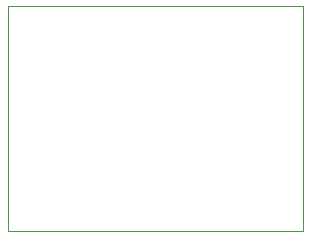
<source format=gm1>
%TF.GenerationSoftware,KiCad,Pcbnew,(6.0.5)*%
%TF.CreationDate,2024-07-06T21:03:59+02:00*%
%TF.ProjectId,pmod_mem_2v0,706d6f64-5f6d-4656-9d5f-3276302e6b69,rev?*%
%TF.SameCoordinates,Original*%
%TF.FileFunction,Profile,NP*%
%FSLAX46Y46*%
G04 Gerber Fmt 4.6, Leading zero omitted, Abs format (unit mm)*
G04 Created by KiCad (PCBNEW (6.0.5)) date 2024-07-06 21:03:59*
%MOMM*%
%LPD*%
G01*
G04 APERTURE LIST*
%TA.AperFunction,Profile*%
%ADD10C,0.100000*%
%TD*%
G04 APERTURE END LIST*
D10*
X138000000Y-91500000D02*
X163000000Y-91500000D01*
X163000000Y-91500000D02*
X163000000Y-110500000D01*
X163000000Y-110500000D02*
X138000000Y-110500000D01*
X138000000Y-110500000D02*
X138000000Y-91500000D01*
M02*

</source>
